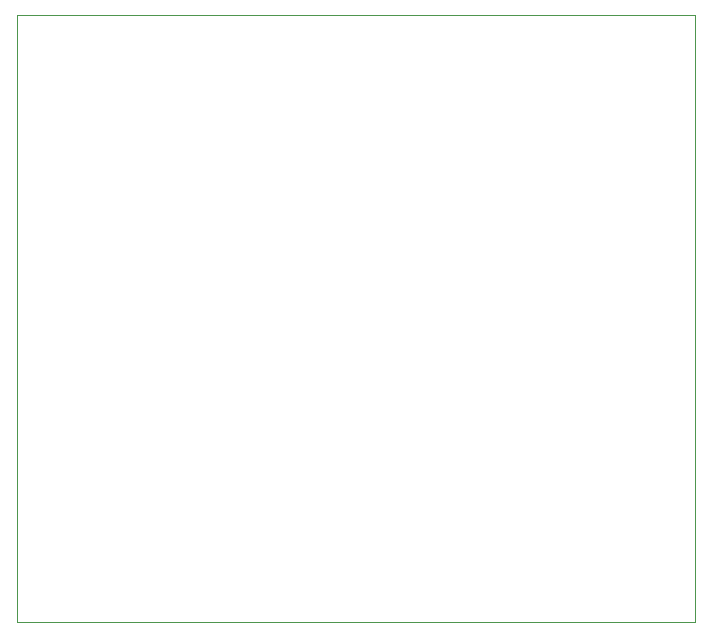
<source format=gbr>
%TF.GenerationSoftware,KiCad,Pcbnew,8.0.6*%
%TF.CreationDate,2024-11-11T10:33:33-08:00*%
%TF.ProjectId,BQ24257,42513234-3235-4372-9e6b-696361645f70,rev?*%
%TF.SameCoordinates,Original*%
%TF.FileFunction,Profile,NP*%
%FSLAX46Y46*%
G04 Gerber Fmt 4.6, Leading zero omitted, Abs format (unit mm)*
G04 Created by KiCad (PCBNEW 8.0.6) date 2024-11-11 10:33:33*
%MOMM*%
%LPD*%
G01*
G04 APERTURE LIST*
%TA.AperFunction,Profile*%
%ADD10C,0.050000*%
%TD*%
G04 APERTURE END LIST*
D10*
X29180000Y-85250000D02*
X86570000Y-85250000D01*
X86570000Y-136700000D01*
X29180000Y-136700000D01*
X29180000Y-85250000D01*
M02*

</source>
